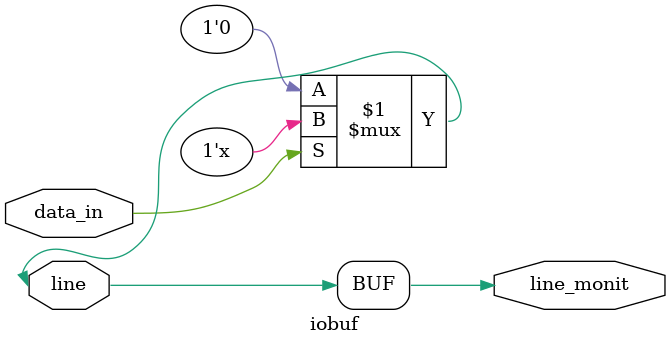
<source format=v>
module iobuf (
    input data_in,
    inout line,
    output line_monit
);

assign line = data_in ? 1'bZ : 1'b0;
assign line_monit = line;

endmodule

</source>
